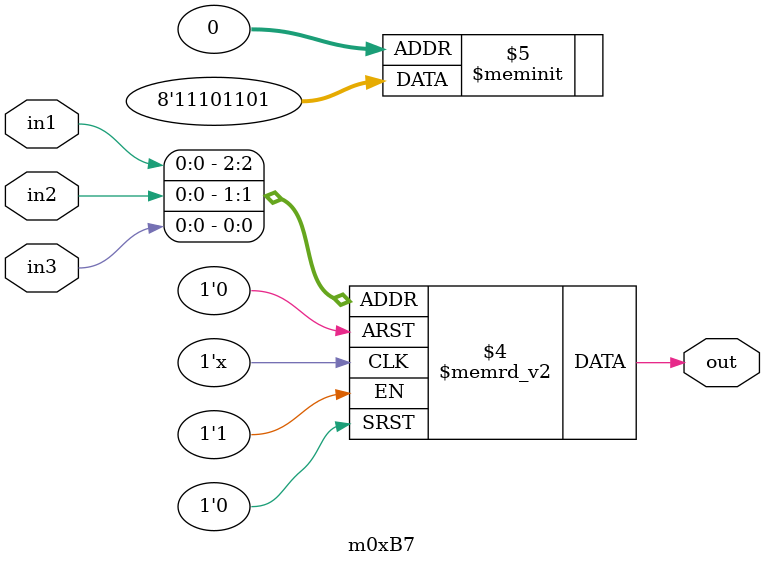
<source format=v>
module m0xB7(output out, input in1, in2, in3);

   always @(in1, in2, in3)
     begin
        case({in1, in2, in3})
          3'b000: {out} = 1'b1;
          3'b001: {out} = 1'b0;
          3'b010: {out} = 1'b1;
          3'b011: {out} = 1'b1;
          3'b100: {out} = 1'b0;
          3'b101: {out} = 1'b1;
          3'b110: {out} = 1'b1;
          3'b111: {out} = 1'b1;
        endcase // case ({in1, in2, in3})
     end // always @ (in1, in2, in3)

endmodule // m0xB7
</source>
